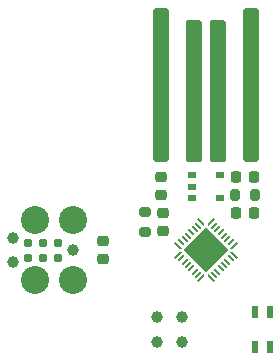
<source format=gts>
%TF.GenerationSoftware,KiCad,Pcbnew,8.0.8*%
%TF.CreationDate,2025-03-24T11:25:52+01:00*%
%TF.ProjectId,RF_HID_dongle_test,52465f48-4944-45f6-946f-6e676c655f74,rev?*%
%TF.SameCoordinates,Original*%
%TF.FileFunction,Soldermask,Top*%
%TF.FilePolarity,Negative*%
%FSLAX46Y46*%
G04 Gerber Fmt 4.6, Leading zero omitted, Abs format (unit mm)*
G04 Created by KiCad (PCBNEW 8.0.8) date 2025-03-24 11:25:52*
%MOMM*%
%LPD*%
G01*
G04 APERTURE LIST*
G04 Aperture macros list*
%AMRoundRect*
0 Rectangle with rounded corners*
0 $1 Rounding radius*
0 $2 $3 $4 $5 $6 $7 $8 $9 X,Y pos of 4 corners*
0 Add a 4 corners polygon primitive as box body*
4,1,4,$2,$3,$4,$5,$6,$7,$8,$9,$2,$3,0*
0 Add four circle primitives for the rounded corners*
1,1,$1+$1,$2,$3*
1,1,$1+$1,$4,$5*
1,1,$1+$1,$6,$7*
1,1,$1+$1,$8,$9*
0 Add four rect primitives between the rounded corners*
20,1,$1+$1,$2,$3,$4,$5,0*
20,1,$1+$1,$4,$5,$6,$7,0*
20,1,$1+$1,$6,$7,$8,$9,0*
20,1,$1+$1,$8,$9,$2,$3,0*%
%AMRotRect*
0 Rectangle, with rotation*
0 The origin of the aperture is its center*
0 $1 length*
0 $2 width*
0 $3 Rotation angle, in degrees counterclockwise*
0 Add horizontal line*
21,1,$1,$2,0,0,$3*%
%AMFreePoly0*
4,1,14,0.314644,0.085355,0.385355,0.014644,0.400000,-0.020711,0.400000,-0.050000,0.385355,-0.085355,0.350000,-0.100000,-0.350000,-0.100000,-0.385355,-0.085355,-0.400000,-0.050000,-0.400000,0.050000,-0.385355,0.085355,-0.350000,0.100000,0.279289,0.100000,0.314644,0.085355,0.314644,0.085355,$1*%
%AMFreePoly1*
4,1,14,0.385355,0.085355,0.400000,0.050000,0.400000,0.020711,0.385355,-0.014644,0.314644,-0.085355,0.279289,-0.100000,-0.350000,-0.100000,-0.385355,-0.085355,-0.400000,-0.050000,-0.400000,0.050000,-0.385355,0.085355,-0.350000,0.100000,0.350000,0.100000,0.385355,0.085355,0.385355,0.085355,$1*%
%AMFreePoly2*
4,1,14,0.085355,0.385355,0.100000,0.350000,0.100000,-0.350000,0.085355,-0.385355,0.050000,-0.400000,-0.050000,-0.400000,-0.085355,-0.385355,-0.100000,-0.350000,-0.100000,0.279289,-0.085355,0.314644,-0.014644,0.385355,0.020711,0.400000,0.050000,0.400000,0.085355,0.385355,0.085355,0.385355,$1*%
%AMFreePoly3*
4,1,14,0.014644,0.385355,0.085355,0.314644,0.100000,0.279289,0.100000,-0.350000,0.085355,-0.385355,0.050000,-0.400000,-0.050000,-0.400000,-0.085355,-0.385355,-0.100000,-0.350000,-0.100000,0.350000,-0.085355,0.385355,-0.050000,0.400000,-0.020711,0.400000,0.014644,0.385355,0.014644,0.385355,$1*%
%AMFreePoly4*
4,1,14,0.385355,0.085355,0.400000,0.050000,0.400000,-0.050000,0.385355,-0.085355,0.350000,-0.100000,-0.279289,-0.100000,-0.314644,-0.085355,-0.385355,-0.014644,-0.400000,0.020711,-0.400000,0.050000,-0.385355,0.085355,-0.350000,0.100000,0.350000,0.100000,0.385355,0.085355,0.385355,0.085355,$1*%
%AMFreePoly5*
4,1,14,0.385355,0.085355,0.400000,0.050000,0.400000,-0.050000,0.385355,-0.085355,0.350000,-0.100000,-0.350000,-0.100000,-0.385355,-0.085355,-0.400000,-0.050000,-0.400000,-0.020711,-0.385355,0.014644,-0.314644,0.085355,-0.279289,0.100000,0.350000,0.100000,0.385355,0.085355,0.385355,0.085355,$1*%
%AMFreePoly6*
4,1,14,0.085355,0.385355,0.100000,0.350000,0.100000,-0.279289,0.085355,-0.314644,0.014644,-0.385355,-0.020711,-0.400000,-0.050000,-0.400000,-0.085355,-0.385355,-0.100000,-0.350000,-0.100000,0.350000,-0.085355,0.385355,-0.050000,0.400000,0.050000,0.400000,0.085355,0.385355,0.085355,0.385355,$1*%
%AMFreePoly7*
4,1,14,0.085355,0.385355,0.100000,0.350000,0.100000,-0.350000,0.085355,-0.385355,0.050000,-0.400000,0.020711,-0.400000,-0.014644,-0.385355,-0.085355,-0.314644,-0.100000,-0.279289,-0.100000,0.350000,-0.085355,0.385355,-0.050000,0.400000,0.050000,0.400000,0.085355,0.385355,0.085355,0.385355,$1*%
G04 Aperture macros list end*
%ADD10RoundRect,0.218750X-0.218750X-0.256250X0.218750X-0.256250X0.218750X0.256250X-0.218750X0.256250X0*%
%ADD11C,0.990600*%
%ADD12C,2.374900*%
%ADD13C,0.787400*%
%ADD14RoundRect,0.225000X-0.225000X-0.250000X0.225000X-0.250000X0.225000X0.250000X-0.225000X0.250000X0*%
%ADD15FreePoly0,225.000000*%
%ADD16RoundRect,0.050000X0.212132X0.282843X-0.282843X-0.212132X-0.212132X-0.282843X0.282843X0.212132X0*%
%ADD17FreePoly1,225.000000*%
%ADD18FreePoly2,225.000000*%
%ADD19RoundRect,0.050000X-0.212132X0.282843X-0.282843X0.212132X0.212132X-0.282843X0.282843X-0.212132X0*%
%ADD20FreePoly3,225.000000*%
%ADD21FreePoly4,225.000000*%
%ADD22FreePoly5,225.000000*%
%ADD23FreePoly6,225.000000*%
%ADD24FreePoly7,225.000000*%
%ADD25RotRect,2.650000X2.650000X225.000000*%
%ADD26C,1.000000*%
%ADD27RoundRect,0.130000X-0.520000X-6.370000X0.520000X-6.370000X0.520000X6.370000X-0.520000X6.370000X0*%
%ADD28RoundRect,0.130000X-0.520000X-5.870000X0.520000X-5.870000X0.520000X5.870000X-0.520000X5.870000X0*%
%ADD29RoundRect,0.225000X0.250000X-0.225000X0.250000X0.225000X-0.250000X0.225000X-0.250000X-0.225000X0*%
%ADD30RoundRect,0.225000X-0.250000X0.225000X-0.250000X-0.225000X0.250000X-0.225000X0.250000X0.225000X0*%
%ADD31RoundRect,0.200000X-0.200000X-0.275000X0.200000X-0.275000X0.200000X0.275000X-0.200000X0.275000X0*%
%ADD32R,0.800000X0.550000*%
%ADD33RoundRect,0.200000X0.275000X-0.200000X0.275000X0.200000X-0.275000X0.200000X-0.275000X-0.200000X0*%
%ADD34R,0.600000X1.000000*%
%ADD35RoundRect,0.218750X0.256250X-0.218750X0.256250X0.218750X-0.256250X0.218750X-0.256250X-0.218750X0*%
G04 APERTURE END LIST*
D10*
%TO.C,D1*%
X144612498Y-125799999D03*
X146187502Y-125800001D03*
%TD*%
D11*
%TO.C,J2*%
X130800000Y-128950000D03*
D12*
X130799997Y-131489999D03*
X130799997Y-126409999D03*
X127624996Y-131489999D03*
X127624996Y-126409999D03*
D11*
X125719995Y-129966001D03*
X125719995Y-127933998D03*
D13*
X129529997Y-128315000D03*
X129529995Y-129584998D03*
X128259997Y-128314999D03*
X128259997Y-129584999D03*
X126989999Y-128315000D03*
X126989997Y-129584998D03*
%TD*%
D14*
%TO.C,C9*%
X144624999Y-122750000D03*
X146175001Y-122750000D03*
%TD*%
D15*
%TO.C,U1*%
X144468808Y-128561092D03*
D16*
X144185964Y-128278250D03*
X143903124Y-127995407D03*
X143620281Y-127712562D03*
X143337438Y-127429721D03*
X143054596Y-127146875D03*
X142771750Y-126864034D03*
D17*
X142488907Y-126581191D03*
D18*
X141711092Y-126581192D03*
D19*
X141428250Y-126864036D03*
X141145407Y-127146876D03*
X140862562Y-127429719D03*
X140579721Y-127712562D03*
X140296875Y-127995404D03*
X140014034Y-128278250D03*
D20*
X139731191Y-128561093D03*
D21*
X139731192Y-129338908D03*
D16*
X140014036Y-129621750D03*
X140296876Y-129904593D03*
X140579719Y-130187438D03*
X140862562Y-130470279D03*
X141145404Y-130753125D03*
X141428250Y-131035966D03*
D22*
X141711093Y-131318809D03*
D23*
X142488908Y-131318808D03*
D19*
X142771750Y-131035964D03*
X143054593Y-130753124D03*
X143337438Y-130470281D03*
X143620279Y-130187438D03*
X143903125Y-129904596D03*
X144185966Y-129621750D03*
D24*
X144468809Y-129338907D03*
D25*
X142100000Y-128950000D03*
%TD*%
D26*
%TO.C,TP3*%
X137975000Y-134575000D03*
%TD*%
D27*
%TO.C,J1*%
X138300000Y-114970000D03*
D28*
X141100000Y-115470000D03*
X143100000Y-115470000D03*
D27*
X145900000Y-114970000D03*
%TD*%
D29*
%TO.C,C7*%
X133350000Y-129725001D03*
X133350000Y-128174999D03*
%TD*%
D26*
%TO.C,TP4*%
X140100000Y-136700000D03*
%TD*%
%TO.C,TP2*%
X140100000Y-134575000D03*
%TD*%
D30*
%TO.C,C8*%
X138300000Y-122724999D03*
X138300000Y-124275001D03*
%TD*%
D31*
%TO.C,R5*%
X144575000Y-124275000D03*
X146225000Y-124275000D03*
%TD*%
D32*
%TO.C,U3*%
X140899998Y-122600003D03*
X140900000Y-123550000D03*
X140899997Y-124500000D03*
X143300002Y-124499997D03*
X143300003Y-122600000D03*
%TD*%
D33*
%TO.C,R6*%
X136974999Y-127374999D03*
X136974999Y-125724999D03*
%TD*%
D26*
%TO.C,TP1*%
X137975000Y-136700000D03*
%TD*%
D34*
%TO.C,AE2*%
X146237500Y-134175000D03*
X146237500Y-137175000D03*
X147537500Y-137175000D03*
X147537500Y-134175000D03*
%TD*%
D35*
%TO.C,D2*%
X138500000Y-127337501D03*
X138500000Y-125762499D03*
%TD*%
M02*

</source>
